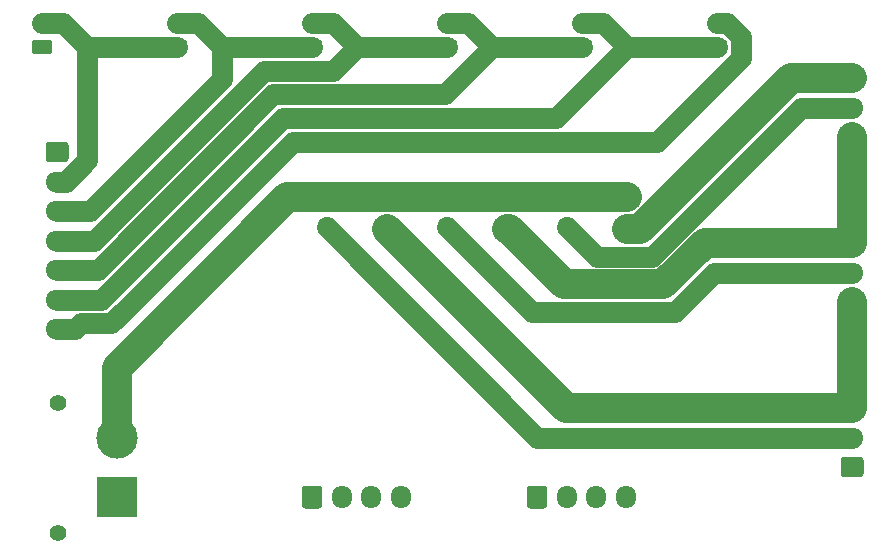
<source format=gbr>
%TF.GenerationSoftware,KiCad,Pcbnew,(5.1.9)-1*%
%TF.CreationDate,2021-07-12T10:29:01+01:00*%
%TF.ProjectId,board,626f6172-642e-46b6-9963-61645f706362,rev?*%
%TF.SameCoordinates,Original*%
%TF.FileFunction,Copper,L1,Top*%
%TF.FilePolarity,Positive*%
%FSLAX46Y46*%
G04 Gerber Fmt 4.6, Leading zero omitted, Abs format (unit mm)*
G04 Created by KiCad (PCBNEW (5.1.9)-1) date 2021-07-12 10:29:01*
%MOMM*%
%LPD*%
G01*
G04 APERTURE LIST*
%TA.AperFunction,ComponentPad*%
%ADD10O,1.700000X1.700000*%
%TD*%
%TA.AperFunction,ComponentPad*%
%ADD11R,1.700000X1.700000*%
%TD*%
%TA.AperFunction,ComponentPad*%
%ADD12O,1.950000X1.700000*%
%TD*%
%TA.AperFunction,ComponentPad*%
%ADD13C,3.500000*%
%TD*%
%TA.AperFunction,ComponentPad*%
%ADD14R,3.500000X3.500000*%
%TD*%
%TA.AperFunction,ComponentPad*%
%ADD15C,1.400000*%
%TD*%
%TA.AperFunction,ComponentPad*%
%ADD16O,1.700000X1.950000*%
%TD*%
%TA.AperFunction,ComponentPad*%
%ADD17O,1.750000X1.200000*%
%TD*%
%TA.AperFunction,Conductor*%
%ADD18C,2.500000*%
%TD*%
%TA.AperFunction,Conductor*%
%ADD19C,1.800000*%
%TD*%
G04 APERTURE END LIST*
D10*
%TO.P,JP1,2*%
%TO.N,Net-(J1-Pad2)*%
X99060000Y-133350000D03*
D11*
%TO.P,JP1,1*%
%TO.N,VCC*%
X99060000Y-130810000D03*
%TD*%
D12*
%TO.P,J13,7*%
%TO.N,Net-(J11-Pad4)*%
X76200000Y-142000000D03*
%TO.P,J13,6*%
%TO.N,Net-(J11-Pad3)*%
X76200000Y-139500000D03*
%TO.P,J13,5*%
%TO.N,Net-(J11-Pad2)*%
X76200000Y-137000000D03*
%TO.P,J13,4*%
%TO.N,Net-(J10-Pad4)*%
X76200000Y-134500000D03*
%TO.P,J13,3*%
%TO.N,Net-(J10-Pad3)*%
X76200000Y-132000000D03*
%TO.P,J13,2*%
%TO.N,Net-(J1-Pad2)*%
X76200000Y-129500000D03*
%TO.P,J13,1*%
%TO.N,GND*%
%TA.AperFunction,ComponentPad*%
G36*
G01*
X75475000Y-126150000D02*
X76925000Y-126150000D01*
G75*
G02*
X77175000Y-126400000I0J-250000D01*
G01*
X77175000Y-127600000D01*
G75*
G02*
X76925000Y-127850000I-250000J0D01*
G01*
X75475000Y-127850000D01*
G75*
G02*
X75225000Y-127600000I0J250000D01*
G01*
X75225000Y-126400000D01*
G75*
G02*
X75475000Y-126150000I250000J0D01*
G01*
G37*
%TD.AperFunction*%
%TD*%
D10*
%TO.P,JP5,2*%
%TO.N,Net-(J11-Pad3)*%
X119380000Y-133350000D03*
D11*
%TO.P,JP5,1*%
%TO.N,VCC*%
X119380000Y-130810000D03*
%TD*%
D10*
%TO.P,JP2,2*%
%TO.N,Net-(J10-Pad3)*%
X104140000Y-133350000D03*
D11*
%TO.P,JP2,1*%
%TO.N,VCC*%
X104140000Y-130810000D03*
%TD*%
D10*
%TO.P,JP3,2*%
%TO.N,Net-(J10-Pad4)*%
X109220000Y-133350000D03*
D11*
%TO.P,JP3,1*%
%TO.N,VCC*%
X109220000Y-130810000D03*
%TD*%
D10*
%TO.P,JP4,2*%
%TO.N,Net-(J11-Pad2)*%
X114300000Y-133350000D03*
D11*
%TO.P,JP4,1*%
%TO.N,VCC*%
X114300000Y-130810000D03*
%TD*%
D10*
%TO.P,JP6,2*%
%TO.N,Net-(J11-Pad4)*%
X124460000Y-133350000D03*
D11*
%TO.P,JP6,1*%
%TO.N,VCC*%
X124460000Y-130810000D03*
%TD*%
D13*
%TO.P,J12,2*%
%TO.N,VCC*%
X81280000Y-151210000D03*
D14*
%TO.P,J12,1*%
%TO.N,GND*%
X81280000Y-156210000D03*
D15*
%TO.P,J12,*%
%TO.N,*%
X76280000Y-148210000D03*
X76280000Y-159210000D03*
%TD*%
D16*
%TO.P,J11,4*%
%TO.N,Net-(J11-Pad4)*%
X124340000Y-156210000D03*
%TO.P,J11,3*%
%TO.N,Net-(J11-Pad3)*%
X121840000Y-156210000D03*
%TO.P,J11,2*%
%TO.N,Net-(J11-Pad2)*%
X119340000Y-156210000D03*
%TO.P,J11,1*%
%TO.N,Net-(J10-Pad4)*%
%TA.AperFunction,ComponentPad*%
G36*
G01*
X115990000Y-156935000D02*
X115990000Y-155485000D01*
G75*
G02*
X116240000Y-155235000I250000J0D01*
G01*
X117440000Y-155235000D01*
G75*
G02*
X117690000Y-155485000I0J-250000D01*
G01*
X117690000Y-156935000D01*
G75*
G02*
X117440000Y-157185000I-250000J0D01*
G01*
X116240000Y-157185000D01*
G75*
G02*
X115990000Y-156935000I0J250000D01*
G01*
G37*
%TD.AperFunction*%
%TD*%
%TO.P,J10,4*%
%TO.N,Net-(J10-Pad4)*%
X105290000Y-156210000D03*
%TO.P,J10,3*%
%TO.N,Net-(J10-Pad3)*%
X102790000Y-156210000D03*
%TO.P,J10,2*%
%TO.N,Net-(J1-Pad2)*%
X100290000Y-156210000D03*
%TO.P,J10,1*%
%TO.N,GND*%
%TA.AperFunction,ComponentPad*%
G36*
G01*
X96940000Y-156935000D02*
X96940000Y-155485000D01*
G75*
G02*
X97190000Y-155235000I250000J0D01*
G01*
X98390000Y-155235000D01*
G75*
G02*
X98640000Y-155485000I0J-250000D01*
G01*
X98640000Y-156935000D01*
G75*
G02*
X98390000Y-157185000I-250000J0D01*
G01*
X97190000Y-157185000D01*
G75*
G02*
X96940000Y-156935000I0J250000D01*
G01*
G37*
%TD.AperFunction*%
%TD*%
%TO.P,J9,1*%
%TO.N,Net-(J11-Pad2)*%
%TA.AperFunction,ComponentPad*%
G36*
G01*
X144235000Y-126580000D02*
X142785000Y-126580000D01*
G75*
G02*
X142535000Y-126330000I0J250000D01*
G01*
X142535000Y-125130000D01*
G75*
G02*
X142785000Y-124880000I250000J0D01*
G01*
X144235000Y-124880000D01*
G75*
G02*
X144485000Y-125130000I0J-250000D01*
G01*
X144485000Y-126330000D01*
G75*
G02*
X144235000Y-126580000I-250000J0D01*
G01*
G37*
%TD.AperFunction*%
D12*
%TO.P,J9,2*%
%TO.N,Net-(J11-Pad3)*%
X143510000Y-123230000D03*
%TO.P,J9,3*%
%TO.N,Net-(J11-Pad4)*%
X143510000Y-120730000D03*
%TD*%
%TO.P,J8,1*%
%TO.N,Net-(J10-Pad3)*%
%TA.AperFunction,ComponentPad*%
G36*
G01*
X144235000Y-140550000D02*
X142785000Y-140550000D01*
G75*
G02*
X142535000Y-140300000I0J250000D01*
G01*
X142535000Y-139100000D01*
G75*
G02*
X142785000Y-138850000I250000J0D01*
G01*
X144235000Y-138850000D01*
G75*
G02*
X144485000Y-139100000I0J-250000D01*
G01*
X144485000Y-140300000D01*
G75*
G02*
X144235000Y-140550000I-250000J0D01*
G01*
G37*
%TD.AperFunction*%
%TO.P,J8,2*%
%TO.N,Net-(J10-Pad4)*%
X143510000Y-137200000D03*
%TO.P,J8,3*%
%TO.N,Net-(J11-Pad2)*%
X143510000Y-134700000D03*
%TD*%
%TO.P,J7,1*%
%TO.N,GND*%
%TA.AperFunction,ComponentPad*%
G36*
G01*
X144235000Y-154520000D02*
X142785000Y-154520000D01*
G75*
G02*
X142535000Y-154270000I0J250000D01*
G01*
X142535000Y-153070000D01*
G75*
G02*
X142785000Y-152820000I250000J0D01*
G01*
X144235000Y-152820000D01*
G75*
G02*
X144485000Y-153070000I0J-250000D01*
G01*
X144485000Y-154270000D01*
G75*
G02*
X144235000Y-154520000I-250000J0D01*
G01*
G37*
%TD.AperFunction*%
%TO.P,J7,2*%
%TO.N,Net-(J1-Pad2)*%
X143510000Y-151170000D03*
%TO.P,J7,3*%
%TO.N,Net-(J10-Pad3)*%
X143510000Y-148670000D03*
%TD*%
D17*
%TO.P,J6,2*%
%TO.N,Net-(J11-Pad4)*%
X132080000Y-116110000D03*
%TO.P,J6,1*%
%TO.N,Net-(J11-Pad3)*%
%TA.AperFunction,ComponentPad*%
G36*
G01*
X132705001Y-118710000D02*
X131454999Y-118710000D01*
G75*
G02*
X131205000Y-118460001I0J249999D01*
G01*
X131205000Y-117759999D01*
G75*
G02*
X131454999Y-117510000I249999J0D01*
G01*
X132705001Y-117510000D01*
G75*
G02*
X132955000Y-117759999I0J-249999D01*
G01*
X132955000Y-118460001D01*
G75*
G02*
X132705001Y-118710000I-249999J0D01*
G01*
G37*
%TD.AperFunction*%
%TD*%
%TO.P,J5,2*%
%TO.N,Net-(J11-Pad3)*%
X120650000Y-116110000D03*
%TO.P,J5,1*%
%TO.N,Net-(J11-Pad2)*%
%TA.AperFunction,ComponentPad*%
G36*
G01*
X121275001Y-118710000D02*
X120024999Y-118710000D01*
G75*
G02*
X119775000Y-118460001I0J249999D01*
G01*
X119775000Y-117759999D01*
G75*
G02*
X120024999Y-117510000I249999J0D01*
G01*
X121275001Y-117510000D01*
G75*
G02*
X121525000Y-117759999I0J-249999D01*
G01*
X121525000Y-118460001D01*
G75*
G02*
X121275001Y-118710000I-249999J0D01*
G01*
G37*
%TD.AperFunction*%
%TD*%
%TO.P,J4,2*%
%TO.N,Net-(J11-Pad2)*%
X109220000Y-116110000D03*
%TO.P,J4,1*%
%TO.N,Net-(J10-Pad4)*%
%TA.AperFunction,ComponentPad*%
G36*
G01*
X109845001Y-118710000D02*
X108594999Y-118710000D01*
G75*
G02*
X108345000Y-118460001I0J249999D01*
G01*
X108345000Y-117759999D01*
G75*
G02*
X108594999Y-117510000I249999J0D01*
G01*
X109845001Y-117510000D01*
G75*
G02*
X110095000Y-117759999I0J-249999D01*
G01*
X110095000Y-118460001D01*
G75*
G02*
X109845001Y-118710000I-249999J0D01*
G01*
G37*
%TD.AperFunction*%
%TD*%
%TO.P,J3,2*%
%TO.N,Net-(J10-Pad4)*%
X97790000Y-116110000D03*
%TO.P,J3,1*%
%TO.N,Net-(J10-Pad3)*%
%TA.AperFunction,ComponentPad*%
G36*
G01*
X98415001Y-118710000D02*
X97164999Y-118710000D01*
G75*
G02*
X96915000Y-118460001I0J249999D01*
G01*
X96915000Y-117759999D01*
G75*
G02*
X97164999Y-117510000I249999J0D01*
G01*
X98415001Y-117510000D01*
G75*
G02*
X98665000Y-117759999I0J-249999D01*
G01*
X98665000Y-118460001D01*
G75*
G02*
X98415001Y-118710000I-249999J0D01*
G01*
G37*
%TD.AperFunction*%
%TD*%
%TO.P,J2,2*%
%TO.N,Net-(J10-Pad3)*%
X86360000Y-116110000D03*
%TO.P,J2,1*%
%TO.N,Net-(J1-Pad2)*%
%TA.AperFunction,ComponentPad*%
G36*
G01*
X86985001Y-118710000D02*
X85734999Y-118710000D01*
G75*
G02*
X85485000Y-118460001I0J249999D01*
G01*
X85485000Y-117759999D01*
G75*
G02*
X85734999Y-117510000I249999J0D01*
G01*
X86985001Y-117510000D01*
G75*
G02*
X87235000Y-117759999I0J-249999D01*
G01*
X87235000Y-118460001D01*
G75*
G02*
X86985001Y-118710000I-249999J0D01*
G01*
G37*
%TD.AperFunction*%
%TD*%
%TO.P,J1,2*%
%TO.N,Net-(J1-Pad2)*%
X74930000Y-116110000D03*
%TO.P,J1,1*%
%TO.N,GND*%
%TA.AperFunction,ComponentPad*%
G36*
G01*
X75555001Y-118710000D02*
X74304999Y-118710000D01*
G75*
G02*
X74055000Y-118460001I0J249999D01*
G01*
X74055000Y-117759999D01*
G75*
G02*
X74304999Y-117510000I249999J0D01*
G01*
X75555001Y-117510000D01*
G75*
G02*
X75805000Y-117759999I0J-249999D01*
G01*
X75805000Y-118460001D01*
G75*
G02*
X75555001Y-118710000I-249999J0D01*
G01*
G37*
%TD.AperFunction*%
%TD*%
D18*
%TO.N,VCC*%
X124460000Y-130810000D02*
X99060000Y-130810000D01*
X95710000Y-130810000D02*
X99060000Y-130810000D01*
X81280000Y-145240000D02*
X95710000Y-130810000D01*
X81280000Y-151210000D02*
X81280000Y-145240000D01*
D19*
%TO.N,Net-(J1-Pad2)*%
X74930000Y-116110000D02*
X76740000Y-116110000D01*
X78740000Y-118110000D02*
X86360000Y-118110000D01*
X76740000Y-116110000D02*
X78740000Y-118110000D01*
X78740000Y-127694204D02*
X78740000Y-118110000D01*
X76934204Y-129500000D02*
X78740000Y-127694204D01*
X76200000Y-129500000D02*
X76934204Y-129500000D01*
X116880000Y-151170000D02*
X99060000Y-133350000D01*
X143510000Y-151170000D02*
X116880000Y-151170000D01*
%TO.N,Net-(J10-Pad3)*%
X86360000Y-116110000D02*
X88170000Y-116110000D01*
X90170000Y-118110000D02*
X97790000Y-118110000D01*
X88170000Y-116110000D02*
X90170000Y-118110000D01*
D18*
X119299990Y-148670000D02*
X104140000Y-133510010D01*
X143510000Y-148670000D02*
X119299990Y-148670000D01*
X143510000Y-148670000D02*
X143510000Y-139700000D01*
D19*
X78975000Y-132000000D02*
X90170000Y-120805000D01*
X76200000Y-132000000D02*
X78975000Y-132000000D01*
X90170000Y-120805000D02*
X90170000Y-118110000D01*
%TO.N,Net-(J10-Pad4)*%
X97790000Y-116110000D02*
X99600000Y-116110000D01*
X101600000Y-118110000D02*
X109220000Y-118110000D01*
X99600000Y-116110000D02*
X101600000Y-118110000D01*
X128498598Y-140560040D02*
X116430040Y-140560040D01*
X131858638Y-137200000D02*
X128498598Y-140560040D01*
X116430040Y-140560040D02*
X109220000Y-133350000D01*
X143510000Y-137200000D02*
X131858638Y-137200000D01*
X76200000Y-134500000D02*
X79303441Y-134500000D01*
X79303441Y-134500000D02*
X93693431Y-120110010D01*
X93693431Y-120110010D02*
X99599990Y-120110010D01*
X99599990Y-120110010D02*
X101600000Y-118110000D01*
%TO.N,Net-(J11-Pad2)*%
X109220000Y-116110000D02*
X111030000Y-116110000D01*
X113030000Y-118110000D02*
X120650000Y-118110000D01*
X111030000Y-116110000D02*
X113030000Y-118110000D01*
D18*
X114460010Y-133510010D02*
X114300000Y-133510010D01*
X119160030Y-138210030D02*
X114460010Y-133510010D01*
X127525192Y-138210030D02*
X119160030Y-138210030D01*
X131035222Y-134700000D02*
X127525192Y-138210030D01*
X143510000Y-134700000D02*
X131035222Y-134700000D01*
X143510000Y-134700000D02*
X143510000Y-125730000D01*
D19*
X76200000Y-137000000D02*
X79631881Y-137000000D01*
X94521861Y-122110020D02*
X109029980Y-122110020D01*
X109029980Y-122110020D02*
X113030000Y-118110000D01*
X79631881Y-137000000D02*
X94521861Y-122110020D01*
%TO.N,Net-(J11-Pad3)*%
X120650000Y-116110000D02*
X122460000Y-116110000D01*
X124460000Y-118110000D02*
X132080000Y-118110000D01*
X122460000Y-116110000D02*
X124460000Y-118110000D01*
X121890020Y-135860020D02*
X119380000Y-133350000D01*
X126551786Y-135860020D02*
X121890020Y-135860020D01*
X139181806Y-123230000D02*
X126551786Y-135860020D01*
X143510000Y-123230000D02*
X139181806Y-123230000D01*
X79960322Y-139500000D02*
X95350292Y-124110030D01*
X76200000Y-139500000D02*
X79960322Y-139500000D01*
X95350292Y-124110030D02*
X118459970Y-124110030D01*
X118459970Y-124110030D02*
X124460000Y-118110000D01*
D18*
%TO.N,Net-(J11-Pad4)*%
X125578380Y-133510010D02*
X124460000Y-133510010D01*
X138358390Y-120730000D02*
X125578380Y-133510010D01*
X143510000Y-120730000D02*
X138358390Y-120730000D01*
D19*
X132964204Y-116110000D02*
X132080000Y-116110000D01*
X134080010Y-118994194D02*
X134080010Y-117225806D01*
X134080010Y-117225806D02*
X132964204Y-116110000D01*
X76200000Y-142000000D02*
X77710000Y-142000000D01*
X77710000Y-142000000D02*
X78209990Y-141500010D01*
X78209990Y-141500010D02*
X80788753Y-141500010D01*
X96178722Y-126110040D02*
X121030040Y-126110040D01*
X80788753Y-141500010D02*
X81960332Y-140328430D01*
X81960332Y-140328430D02*
X96178722Y-126110040D01*
X121030040Y-126110040D02*
X126964164Y-126110040D01*
X126964164Y-126110040D02*
X134080010Y-118994194D01*
%TD*%
M02*

</source>
